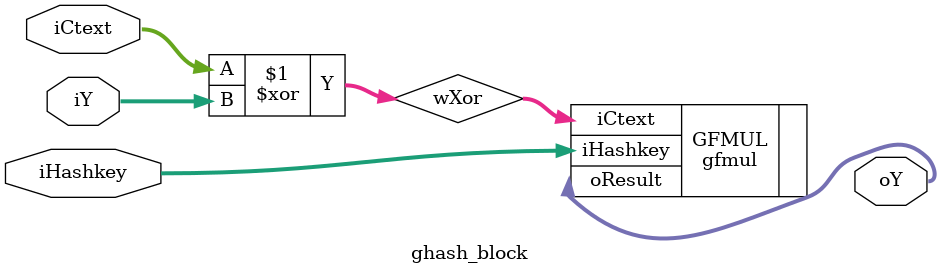
<source format=v>
module ghash_block (
//input 	iClk,
//input 	iRstn,
input 	[0:127] iCtext,
input 	[0:127] iY,
input 	[0:127] iHashkey,
output 	[0:127] oY
);

wire [0:127] wXor;


//reg [0:127] R;
//always @(posedge iClk) begin
//	if(~iRstn) 	R <=  {8'b1110_0001, 120'd0};
//	else 		R <= R;
//end

gfmul GFMUL(
//.iR(R),
.iCtext(wXor),
.iHashkey(iHashkey),
.oResult(oY)
);

assign wXor = iCtext ^ iY;

endmodule
</source>
